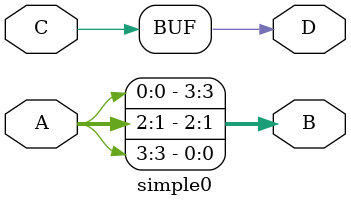
<source format=v>
module simple0(A, B, C, D);

   input [3:0] A; 
   input C;
   output [3:0] B;
   output D;

   // mix up the input bits
   assign B = { A[0], A[2], A[1], A[3] };
   assign D = { C };

endmodule
</source>
